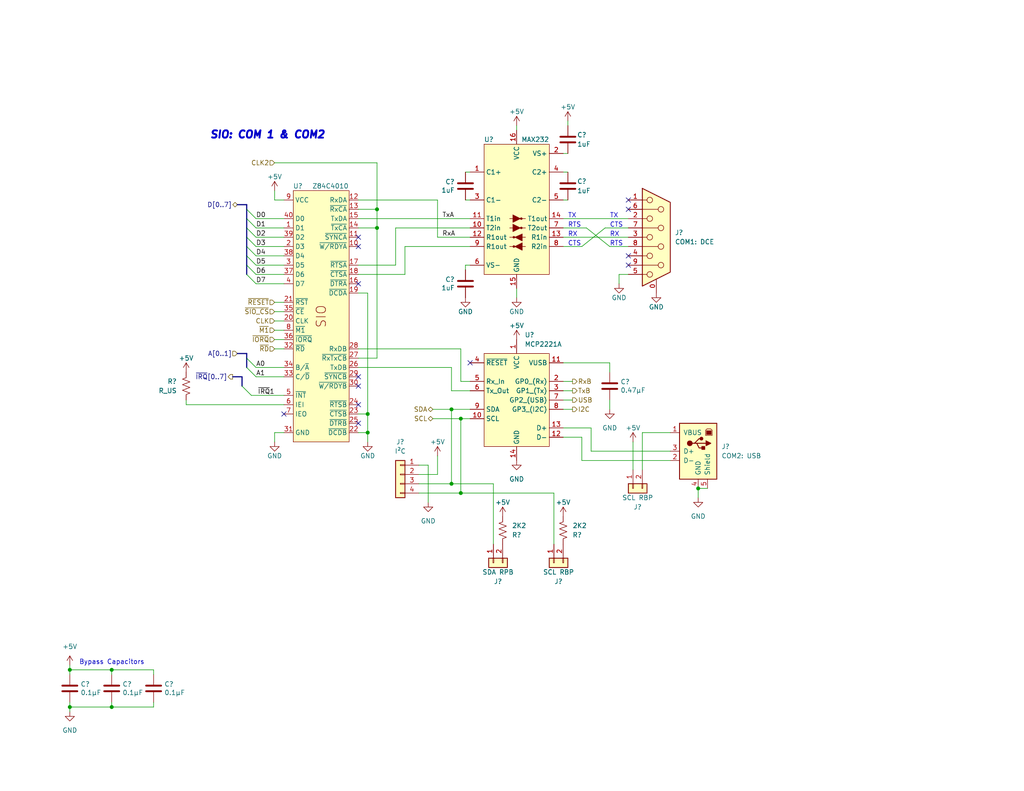
<source format=kicad_sch>
(kicad_sch (version 20230121) (generator eeschema)
  (paper "USLetter")
  (title_block (title "COM ports 1 and 2 (RS-232)") (date "2023-08-07") (rev "1.1") (company "Frédéric Segard") (comment 1 "youtube.com/@microhobbyist.com"))
  (lib_symbols
    (symbol "+5V_1" (power) (pin_names (offset 0))
      (property "Value" "+5V_1" (at 0 3.556 0))
      (symbol "+5V_1_0_1"
        (polyline (pts (xy -0.762 1.27) (xy 0 2.54)))
        (polyline (pts (xy 0 0) (xy 0 2.54)))
        (polyline (pts (xy 0 2.54) (xy 0.762 1.27)))
      )
      (symbol "+5V_1_1_1"
        (pin power_in line (at 0 0 90) (length 0) hide (name "+5V") (number "1"))
      )
    )
    (symbol "0_Library:MAX232"
      (property "Reference" "U" (at -7.62 0 0))
      (property "Value" "MAX232" (at 1.27 0 0))
      (symbol "MAX232_0_1"
        (rectangle (start -8.89 -1.27) (end 8.89 -36.83) (stroke (width 0.1524)) (fill (type background)))
        (circle (center -0.762 -29.21) (radius 0.254) (stroke (width 0.1524)) (fill (type outline)))
        (circle (center -0.762 -26.67) (radius 0.254) (stroke (width 0.1524)) (fill (type outline)))
        (polyline (pts (xy -1.016 -24.13) (xy -1.905 -24.13)) (stroke (width 0.1524)))
        (polyline (pts (xy -1.016 -21.59) (xy -1.905 -21.59)) (stroke (width 0.1524)))
        (polyline (pts (xy -0.508 -29.21) (xy -1.905 -29.21)) (stroke (width 0.1524)))
        (polyline (pts (xy -0.508 -26.67) (xy -1.905 -26.67)) (stroke (width 0.1524)))
        (polyline (pts (xy 1.016 -24.13) (xy 2.413 -24.13)) (stroke (width 0.1524)))
        (polyline (pts (xy 1.016 -21.59) (xy 2.413 -21.59)) (stroke (width 0.1524)))
        (polyline (pts (xy 1.524 -29.21) (xy 2.413 -29.21)) (stroke (width 0.1524)))
        (polyline (pts (xy 1.524 -26.67) (xy 2.413 -26.67)) (stroke (width 0.1524)))
        (polyline (pts (xy -1.016 -23.114) (xy 1.016 -24.13) (xy -1.016 -25.146) (xy -1.016 -23.114)) (stroke (width 0.1524)) (fill (type outline)))
        (polyline (pts (xy -1.016 -20.574) (xy -1.016 -22.606) (xy 1.016 -21.59) (xy -1.016 -20.574)) (stroke (width 0.1524)) (fill (type outline)))
        (polyline (pts (xy 1.524 -28.194) (xy 1.524 -30.226) (xy -0.508 -29.21) (xy 1.524 -28.194)) (stroke (width 0.1524)) (fill (type outline)))
        (polyline (pts (xy 1.524 -25.781) (xy 1.524 -27.686) (xy -0.508 -26.67) (xy 1.524 -25.781)) (stroke (width 0.1524)) (fill (type outline)))
        (circle (center 1.27 -24.13) (radius 0.254) (stroke (width 0.1524)) (fill (type outline)))
        (circle (center 1.27 -21.59) (radius 0.254) (stroke (width 0.1524)) (fill (type outline)))
      )
      (symbol "MAX232_1_1"
        (pin passive line (at -12.7 -8.89 0) (length 3.81) (name "C1+") (number "1"))
        (pin input line (at -12.7 -24.13 0) (length 3.81) (name "T2in") (number "10"))
        (pin input line (at -12.7 -21.59 0) (length 3.81) (name "T1in") (number "11"))
        (pin output line (at -12.7 -26.67 0) (length 3.81) (name "R1out") (number "12"))
        (pin input line (at 12.7 -26.67 180) (length 3.81) (name "R1in") (number "13"))
        (pin output line (at 12.7 -21.59 180) (length 3.81) (name "T1out") (number "14"))
        (pin power_in line (at 0 -40.64 90) (length 3.81) (name "GND") (number "15"))
        (pin power_in line (at 0 2.54 270) (length 3.81) (name "VCC") (number "16"))
        (pin power_out line (at 12.7 -3.81 180) (length 3.81) (name "VS+") (number "2"))
        (pin passive line (at -12.7 -16.51 0) (length 3.81) (name "C1-") (number "3"))
        (pin passive line (at 12.7 -8.89 180) (length 3.81) (name "C2+") (number "4"))
        (pin passive line (at 12.7 -16.51 180) (length 3.81) (name "C2-") (number "5"))
        (pin power_out line (at -12.7 -34.29 0) (length 3.81) (name "VS-") (number "6"))
        (pin output line (at 12.7 -24.13 180) (length 3.81) (name "T2out") (number "7"))
        (pin input line (at 12.7 -29.21 180) (length 3.81) (name "R2in") (number "8"))
        (pin output line (at -12.7 -29.21 0) (length 3.81) (name "R1out") (number "9"))
      )
    )
    (symbol "0_Library:MCP2221A"
      (property "Reference" "U" (at -10.16 1.27 0))
      (property "Value" "MCP2221A" (at 1.27 1.27 0))
      (symbol "MCP2221A_0_1"
        (rectangle (start -8.89 0) (end 8.89 -25.4) (stroke (width 0.1524)) (fill (type background)))
      )
      (symbol "MCP2221A_1_1"
        (pin power_in line (at 0 3.81 270) (length 3.81) (name "VCC") (number "1"))
        (pin bidirectional line (at -12.7 -17.78 0) (length 3.81) (name "SCL") (number "10"))
        (pin power_out line (at 12.7 -2.54 180) (length 3.81) (name "VUSB") (number "11"))
        (pin bidirectional line (at 12.7 -22.86 180) (length 3.81) (name "D-") (number "12"))
        (pin bidirectional line (at 12.7 -20.32 180) (length 3.81) (name "D+") (number "13"))
        (pin power_in line (at 0 -29.21 90) (length 3.81) (name "GND") (number "14"))
        (pin bidirectional line (at 12.7 -7.62 180) (length 3.81) (name "GP0_(Rx)") (number "2"))
        (pin bidirectional line (at 12.7 -10.16 180) (length 3.81) (name "GP1_(Tx)") (number "3"))
        (pin input line (at -12.7 -2.54 0) (length 3.81) (name "~{RESET}") (number "4"))
        (pin input line (at -12.7 -7.62 0) (length 3.81) (name "Rx_In") (number "5"))
        (pin output line (at -12.7 -10.16 0) (length 3.81) (name "Tx_Out") (number "6"))
        (pin bidirectional line (at 12.7 -12.7 180) (length 3.81) (name "GP2_(USB)") (number "7"))
        (pin bidirectional line (at 12.7 -15.24 180) (length 3.81) (name "GP3_(I2C)") (number "8"))
        (pin bidirectional line (at -12.7 -15.24 0) (length 3.81) (name "SDA") (number "9"))
      )
    )
    (symbol "0_Library:USB_B" (pin_names (offset 1.016))
      (property "Reference" "J" (at -5.08 11.43 0))
      (property "Value" "USB_B" (at -5.08 8.89 0))
      (symbol "USB_B_0_1"
        (rectangle (start -5.08 -7.62) (end 5.08 7.62) (stroke (width 0.254)) (fill (type background)))
        (circle (center -2.286 2.159) (radius 0.635) (stroke (width 0.254)) (fill (type outline)))
        (polyline (pts (xy -0.381 2.159) (xy 2.159 2.159)) (stroke (width 0.254)))
        (polyline (pts (xy -1.651 2.159) (xy -1.016 2.159) (xy 0.254 3.429) (xy 0.889 3.429)) (stroke (width 0.254)))
        (polyline (pts (xy -1.016 2.159) (xy -0.381 2.159) (xy 0.254 0.889) (xy 1.524 0.889)) (stroke (width 0.254)))
        (polyline (pts (xy 2.159 2.794) (xy 2.159 1.524) (xy 3.429 2.159) (xy 2.159 2.794)) (stroke (width 0.254)) (fill (type outline)))
        (polyline (pts (xy 2.032 4.318) (xy 3.81 4.318) (xy 3.81 5.715) (xy 3.429 6.096) (xy 2.413 6.096) (xy 2.032 5.715) (xy 2.032 4.318)))
        (circle (center 0.889 3.429) (radius 0.381) (stroke (width 0.254)) (fill (type outline)))
        (rectangle (start 1.778 1.27) (end 1.016 0.508) (stroke (width 0.254)) (fill (type outline)))
        (rectangle (start 2.286 5.588) (end 3.556 4.572) (fill (type outline)))
      )
      (symbol "USB_B_1_1"
        (pin power_out line (at -7.62 5.08 0) (length 2.54) (name "VBUS") (number "1"))
        (pin bidirectional line (at -7.62 -2.54 0) (length 2.54) (name "D-") (number "2"))
        (pin bidirectional line (at -7.62 0 0) (length 2.54) (name "D+") (number "3"))
        (pin power_in line (at 0 -10.16 90) (length 2.54) (name "GND") (number "4"))
        (pin passive line (at 2.54 -10.16 90) (length 2.54) (name "Shield") (number "5"))
      )
    )
    (symbol "0_Library:Z84C40xx SIO"
      (property "Reference" "U" (at -7.62 1.27 0))
      (property "Value" "Z84C40xx SIO" (at 1.27 1.27 0))
      (symbol "Z84C40xx SIO_0_0"
        (text "SIO" (at 0 -34.29 900) (effects (font (size 2.54 2.54))))
      )
      (symbol "Z84C40xx SIO_0_1"
        (rectangle (start -7.62 0) (end 7.62 -68.58) (stroke (width 0.1524)) (fill (type background)))
      )
      (symbol "Z84C40xx SIO_1_1"
        (pin bidirectional line (at -10.16 -10.16 0) (length 2.54) (name "D1") (number "1"))
        (pin output line (at 10.16 -15.24 180) (length 2.54) (name "~{W/RDYA}") (number "10"))
        (pin bidirectional line (at 10.16 -12.7 180) (length 2.54) (name "~{SYNCA}") (number "11"))
        (pin input line (at 10.16 -2.54 180) (length 2.54) (name "RxDA") (number "12"))
        (pin input line (at 10.16 -5.08 180) (length 2.54) (name "~{RxCA}") (number "13"))
        (pin input line (at 10.16 -10.16 180) (length 2.54) (name "~{TxCA}") (number "14"))
        (pin output line (at 10.16 -7.62 180) (length 2.54) (name "TxDA") (number "15"))
        (pin output line (at 10.16 -25.4 180) (length 2.54) (name "~{DTRA}") (number "16"))
        (pin output line (at 10.16 -20.32 180) (length 2.54) (name "~{RTSA}") (number "17"))
        (pin input line (at 10.16 -22.86 180) (length 2.54) (name "~{CTSA}") (number "18"))
        (pin input line (at 10.16 -27.94 180) (length 2.54) (name "~{DCDA}") (number "19"))
        (pin bidirectional line (at -10.16 -15.24 0) (length 2.54) (name "D3") (number "2"))
        (pin input line (at -10.16 -35.56 0) (length 2.54) (name "CLK") (number "20"))
        (pin input line (at -10.16 -30.48 0) (length 2.54) (name "~{RST}") (number "21"))
        (pin input line (at 10.16 -66.04 180) (length 2.54) (name "~{DCDB}") (number "22"))
        (pin input line (at 10.16 -60.96 180) (length 2.54) (name "~{CTSB}") (number "23"))
        (pin output line (at 10.16 -58.42 180) (length 2.54) (name "~{RTSB}") (number "24"))
        (pin output line (at 10.16 -63.5 180) (length 2.54) (name "~{DTRB}") (number "25"))
        (pin output line (at 10.16 -48.26 180) (length 2.54) (name "TxDB") (number "26"))
        (pin input line (at 10.16 -45.72 180) (length 2.54) (name "~{RxTxCB}") (number "27"))
        (pin input line (at 10.16 -43.18 180) (length 2.54) (name "RxDB") (number "28"))
        (pin bidirectional line (at 10.16 -50.8 180) (length 2.54) (name "~{SYNCB}") (number "29"))
        (pin bidirectional line (at -10.16 -20.32 0) (length 2.54) (name "D5") (number "3"))
        (pin output line (at 10.16 -53.34 180) (length 2.54) (name "~{W/RDYB}") (number "30"))
        (pin power_in line (at -10.16 -66.04 0) (length 2.54) (name "GND") (number "31"))
        (pin input line (at -10.16 -43.18 0) (length 2.54) (name "~{RD}") (number "32"))
        (pin input line (at -10.16 -50.8 0) (length 2.54) (name "C/~{D}") (number "33"))
        (pin input line (at -10.16 -48.26 0) (length 2.54) (name "B/~{A}") (number "34"))
        (pin input line (at -10.16 -33.02 0) (length 2.54) (name "~{CE}") (number "35"))
        (pin input line (at -10.16 -40.64 0) (length 2.54) (name "~{IORQ}") (number "36"))
        (pin bidirectional line (at -10.16 -22.86 0) (length 2.54) (name "D6") (number "37"))
        (pin bidirectional line (at -10.16 -17.78 0) (length 2.54) (name "D4") (number "38"))
        (pin bidirectional line (at -10.16 -12.7 0) (length 2.54) (name "D2") (number "39"))
        (pin bidirectional line (at -10.16 -25.4 0) (length 2.54) (name "D7") (number "4"))
        (pin bidirectional line (at -10.16 -7.62 0) (length 2.54) (name "D0") (number "40"))
        (pin open_collector line (at -10.16 -55.88 0) (length 2.54) (name "~{INT}") (number "5"))
        (pin input line (at -10.16 -58.42 0) (length 2.54) (name "IEI") (number "6"))
        (pin output line (at -10.16 -60.96 0) (length 2.54) (name "IEO") (number "7"))
        (pin input line (at -10.16 -38.1 0) (length 2.54) (name "~{M1}") (number "8"))
        (pin power_in line (at -10.16 -2.54 0) (length 2.54) (name "VCC") (number "9"))
      )
    )
    (symbol "Connector:DE9_Receptacle_MountingHoles" (pin_names (offset 1.016) hide)
      (property "Reference" "J" (at 0 16.51 0))
      (property "Value" "DE9_Receptacle_MountingHoles" (at 0 14.605 0))
      (symbol "DE9_Receptacle_MountingHoles_0_1"
        (circle (center -1.778 -10.16) (radius 0.762))
        (circle (center -1.778 -5.08) (radius 0.762))
        (circle (center -1.778 0) (radius 0.762))
        (circle (center -1.778 5.08) (radius 0.762))
        (circle (center -1.778 10.16) (radius 0.762))
        (polyline (pts (xy -3.81 -10.16) (xy -2.54 -10.16)))
        (polyline (pts (xy -3.81 -7.62) (xy 0.508 -7.62)))
        (polyline (pts (xy -3.81 -5.08) (xy -2.54 -5.08)))
        (polyline (pts (xy -3.81 -2.54) (xy 0.508 -2.54)))
        (polyline (pts (xy -3.81 0) (xy -2.54 0)))
        (polyline (pts (xy -3.81 2.54) (xy 0.508 2.54)))
        (polyline (pts (xy -3.81 5.08) (xy -2.54 5.08)))
        (polyline (pts (xy -3.81 7.62) (xy 0.508 7.62)))
        (polyline (pts (xy -3.81 10.16) (xy -2.54 10.16)))
        (polyline (pts (xy -3.81 13.335) (xy -3.81 -13.335) (xy 3.81 -9.525) (xy 3.81 9.525) (xy -3.81 13.335)) (stroke (width 0.254)) (fill (type background)))
        (circle (center 1.27 -7.62) (radius 0.762))
        (circle (center 1.27 -2.54) (radius 0.762))
        (circle (center 1.27 2.54) (radius 0.762))
        (circle (center 1.27 7.62) (radius 0.762))
      )
      (symbol "DE9_Receptacle_MountingHoles_1_1"
        (pin passive line (at 0 -15.24 90) (length 3.81) (name "PAD") (number "0"))
        (pin passive line (at -7.62 10.16 0) (length 3.81) (name "1") (number "1"))
        (pin passive line (at -7.62 5.08 0) (length 3.81) (name "2") (number "2"))
        (pin passive line (at -7.62 0 0) (length 3.81) (name "3") (number "3"))
        (pin passive line (at -7.62 -5.08 0) (length 3.81) (name "4") (number "4"))
        (pin passive line (at -7.62 -10.16 0) (length 3.81) (name "5") (number "5"))
        (pin passive line (at -7.62 7.62 0) (length 3.81) (name "6") (number "6"))
        (pin passive line (at -7.62 2.54 0) (length 3.81) (name "7") (number "7"))
        (pin passive line (at -7.62 -2.54 0) (length 3.81) (name "8") (number "8"))
        (pin passive line (at -7.62 -7.62 0) (length 3.81) (name "9") (number "9"))
      )
    )
    (symbol "Connector_Generic:Conn_01x02" (pin_names (offset 1.016) hide)
      (property "Reference" "J" (at 0 2.54 0))
      (property "Value" "Conn_01x02" (at 0 -5.08 0))
      (symbol "Conn_01x02_1_1"
        (rectangle (start -1.27 -2.413) (end 0 -2.667) (stroke (width 0.1524)))
        (rectangle (start -1.27 0.127) (end 0 -0.127) (stroke (width 0.1524)))
        (rectangle (start -1.27 1.27) (end 1.27 -3.81) (stroke (width 0.254)) (fill (type background)))
        (pin passive line (at -5.08 0 0) (length 3.81) (name "Pin_1") (number "1"))
        (pin passive line (at -5.08 -2.54 0) (length 3.81) (name "Pin_2") (number "2"))
      )
    )
    (symbol "Connector_Generic:Conn_01x04" (pin_names (offset 1.016) hide)
      (property "Reference" "J" (at 0 5.08 0))
      (property "Value" "Conn_01x04" (at 0 -7.62 0))
      (symbol "Conn_01x04_1_1"
        (rectangle (start -1.27 -4.953) (end 0 -5.207) (stroke (width 0.1524)))
        (rectangle (start -1.27 -2.413) (end 0 -2.667) (stroke (width 0.1524)))
        (rectangle (start -1.27 0.127) (end 0 -0.127) (stroke (width 0.1524)))
        (rectangle (start -1.27 2.667) (end 0 2.413) (stroke (width 0.1524)))
        (rectangle (start -1.27 3.81) (end 1.27 -6.35) (stroke (width 0.254)) (fill (type background)))
        (pin passive line (at -5.08 2.54 0) (length 3.81) (name "Pin_1") (number "1"))
        (pin passive line (at -5.08 0 0) (length 3.81) (name "Pin_2") (number "2"))
        (pin passive line (at -5.08 -2.54 0) (length 3.81) (name "Pin_3") (number "3"))
        (pin passive line (at -5.08 -5.08 0) (length 3.81) (name "Pin_4") (number "4"))
      )
    )
    (symbol "Device:C" (pin_numbers hide) (pin_names (offset 0.254))
      (property "Reference" "C" (at 0.635 2.54 0))
      (property "Value" "C" (at 0.635 -2.54 0))
      (symbol "C_0_1"
        (polyline (pts (xy -2.032 -0.762) (xy 2.032 -0.762)) (stroke (width 0.508)))
        (polyline (pts (xy -2.032 0.762) (xy 2.032 0.762)) (stroke (width 0.508)))
      )
      (symbol "C_1_1"
        (pin passive line (at 0 3.81 270) (length 2.794) (name "~") (number "1"))
        (pin passive line (at 0 -3.81 90) (length 2.794) (name "~") (number "2"))
      )
    )
    (symbol "Device:R_US" (pin_numbers hide) (pin_names (offset 0))
      (property "Reference" "R" (at 2.54 0 90))
      (property "Value" "R_US" (at -2.54 0 90))
      (symbol "R_US_0_1"
        (polyline (pts (xy 0 -2.286) (xy 0 -2.54)))
        (polyline (pts (xy 0 2.286) (xy 0 2.54)))
        (polyline (pts (xy 0 -0.762) (xy 1.016 -1.143) (xy 0 -1.524) (xy -1.016 -1.905) (xy 0 -2.286)))
        (polyline (pts (xy 0 0.762) (xy 1.016 0.381) (xy 0 0) (xy -1.016 -0.381) (xy 0 -0.762)))
        (polyline (pts (xy 0 2.286) (xy 1.016 1.905) (xy 0 1.524) (xy -1.016 1.143) (xy 0 0.762)))
      )
      (symbol "R_US_1_1"
        (pin passive line (at 0 3.81 270) (length 1.27) (name "~") (number "1"))
        (pin passive line (at 0 -3.81 90) (length 1.27) (name "~") (number "2"))
      )
    )
    (symbol "GND_1" (power) (pin_names (offset 0))
      (property "Value" "GND_1" (at 0 -3.81 0))
      (symbol "GND_1_0_1"
        (polyline (pts (xy 0 0) (xy 0 -1.27) (xy 1.27 -1.27) (xy 0 -2.54) (xy -1.27 -1.27) (xy 0 -1.27)))
      )
      (symbol "GND_1_1_1"
        (pin power_in line (at 0 0 270) (length 0) hide (name "GND") (number "1"))
      )
    )
  )
  (junction (at 125.73 134.62))
  (junction (at 190.5 133.35))
  (junction (at 100.33 113.03))
  (junction (at 19.05 193.04))
  (junction (at 102.87 62.23))
  (junction (at 102.87 57.15))
  (junction (at 123.19 111.76))
  (junction (at 19.05 182.88))
  (junction (at 100.33 118.11))
  (junction (at 123.19 132.08))
  (junction (at 125.73 114.3))
  (junction (at 30.48 193.04))
  (junction (at 30.48 182.88))
  (no_connect (at 171.45 54.61))
  (no_connect (at 97.79 77.47))
  (no_connect (at 97.79 110.49))
  (no_connect (at 97.79 64.77))
  (no_connect (at 97.79 105.41))
  (no_connect (at 171.45 69.85))
  (no_connect (at 171.45 57.15))
  (no_connect (at 97.79 102.87))
  (no_connect (at 171.45 72.39))
  (no_connect (at 97.79 115.57))
  (no_connect (at 128.27 99.06))
  (no_connect (at 97.79 67.31))
  (no_connect (at 77.47 113.03))
  (bus_entry (at 67.31 74.93) (size 2.54 2.54))
  (bus_entry (at 67.31 67.31) (size 2.54 2.54))
  (bus_entry (at 67.31 62.23) (size 2.54 2.54))
  (bus_entry (at 67.31 64.77) (size 2.54 2.54))
  (bus_entry (at 67.31 57.15) (size 2.54 2.54))
  (bus_entry (at 67.31 72.39) (size 2.54 2.54))
  (bus_entry (at 67.31 97.79) (size 2.54 2.54))
  (bus_entry (at 67.31 100.33) (size 2.54 2.54))
  (bus_entry (at 67.31 59.69) (size 2.54 2.54))
  (bus_entry (at 67.31 69.85) (size 2.54 2.54))
  (bus_entry (at 66.04 105.41) (size 2.54 2.54))
  (wire (pts (xy 128.27 72.39) (xy 127 72.39)))
  (wire (pts (xy 166.37 101.6) (xy 166.37 99.06)))
  (wire (pts (xy 166.37 67.31) (xy 160.02 62.23)))
  (wire (pts (xy 69.85 102.87) (xy 77.47 102.87)))
  (wire (pts (xy 74.93 44.45) (xy 102.87 44.45)))
  (wire (pts (xy 123.19 100.33) (xy 97.79 100.33)))
  (wire (pts (xy 168.91 74.93) (xy 171.45 74.93)))
  (wire (pts (xy 134.62 132.08) (xy 123.19 132.08)))
  (wire (pts (xy 74.93 85.09) (xy 77.47 85.09)))
  (wire (pts (xy 102.87 62.23) (xy 102.87 97.79)))
  (wire (pts (xy 50.8 110.49) (xy 77.47 110.49)))
  (wire (pts (xy 114.3 127) (xy 116.84 127)))
  (wire (pts (xy 161.29 123.19) (xy 161.29 116.84)))
  (wire (pts (xy 102.87 57.15) (xy 102.87 62.23)))
  (wire (pts (xy 156.21 109.22) (xy 153.67 109.22)))
  (wire (pts (xy 69.85 69.85) (xy 77.47 69.85)))
  (wire (pts (xy 119.38 124.46) (xy 119.38 129.54)))
  (wire (pts (xy 19.05 182.88) (xy 19.05 184.15)))
  (wire (pts (xy 97.79 62.23) (xy 102.87 62.23)))
  (wire (pts (xy 128.27 106.68) (xy 123.19 106.68)))
  (wire (pts (xy 41.91 184.15) (xy 41.91 182.88)))
  (wire (pts (xy 153.67 64.77) (xy 171.45 64.77)))
  (wire (pts (xy 153.67 41.91) (xy 154.94 41.91)))
  (wire (pts (xy 30.48 191.77) (xy 30.48 193.04)))
  (wire (pts (xy 151.13 134.62) (xy 125.73 134.62)))
  (wire (pts (xy 97.79 113.03) (xy 100.33 113.03)))
  (wire (pts (xy 127 54.61) (xy 128.27 54.61)))
  (wire (pts (xy 153.67 99.06) (xy 166.37 99.06)))
  (wire (pts (xy 74.93 118.11) (xy 74.93 120.65)))
  (wire (pts (xy 107.95 62.23) (xy 128.27 62.23)))
  (wire (pts (xy 127 46.99) (xy 128.27 46.99)))
  (wire (pts (xy 41.91 191.77) (xy 41.91 193.04)))
  (wire (pts (xy 50.8 109.22) (xy 50.8 110.49)))
  (wire (pts (xy 69.85 62.23) (xy 77.47 62.23)))
  (bus (pts (xy 67.31 100.33) (xy 67.31 97.79)))
  (bus (pts (xy 64.77 96.52) (xy 67.31 96.52)))
  (wire (pts (xy 154.94 33.02) (xy 154.94 34.29)))
  (wire (pts (xy 153.67 54.61) (xy 154.94 54.61)))
  (bus (pts (xy 67.31 72.39) (xy 67.31 69.85)))
  (wire (pts (xy 153.67 59.69) (xy 171.45 59.69)))
  (wire (pts (xy 97.79 80.01) (xy 100.33 80.01)))
  (wire (pts (xy 165.1 62.23) (xy 171.45 62.23)))
  (wire (pts (xy 69.85 77.47) (xy 77.47 77.47)))
  (wire (pts (xy 74.93 95.25) (xy 77.47 95.25)))
  (wire (pts (xy 118.11 114.3) (xy 125.73 114.3)))
  (wire (pts (xy 97.79 59.69) (xy 128.27 59.69)))
  (wire (pts (xy 69.85 64.77) (xy 77.47 64.77)))
  (bus (pts (xy 67.31 67.31) (xy 67.31 64.77)))
  (wire (pts (xy 69.85 67.31) (xy 77.47 67.31)))
  (wire (pts (xy 68.58 107.95) (xy 77.47 107.95)))
  (bus (pts (xy 67.31 64.77) (xy 67.31 62.23)))
  (wire (pts (xy 97.79 54.61) (xy 119.38 54.61)))
  (wire (pts (xy 41.91 182.88) (xy 30.48 182.88)))
  (wire (pts (xy 140.97 34.29) (xy 140.97 35.56)))
  (wire (pts (xy 158.75 119.38) (xy 153.67 119.38)))
  (wire (pts (xy 140.97 81.28) (xy 140.97 78.74)))
  (wire (pts (xy 107.95 62.23) (xy 107.95 72.39)))
  (wire (pts (xy 30.48 182.88) (xy 19.05 182.88)))
  (wire (pts (xy 114.3 129.54) (xy 119.38 129.54)))
  (bus (pts (xy 67.31 57.15) (xy 67.31 55.88)))
  (wire (pts (xy 190.5 133.35) (xy 193.04 133.35)))
  (wire (pts (xy 97.79 97.79) (xy 102.87 97.79)))
  (wire (pts (xy 114.3 134.62) (xy 125.73 134.62)))
  (wire (pts (xy 97.79 57.15) (xy 102.87 57.15)))
  (wire (pts (xy 168.91 74.93) (xy 168.91 77.47)))
  (wire (pts (xy 97.79 74.93) (xy 110.49 74.93)))
  (wire (pts (xy 30.48 184.15) (xy 30.48 182.88)))
  (wire (pts (xy 127 72.39) (xy 127 73.66)))
  (wire (pts (xy 119.38 64.77) (xy 128.27 64.77)))
  (wire (pts (xy 182.88 123.19) (xy 161.29 123.19)))
  (bus (pts (xy 64.77 55.88) (xy 67.31 55.88)))
  (wire (pts (xy 102.87 44.45) (xy 102.87 57.15)))
  (wire (pts (xy 158.75 125.73) (xy 182.88 125.73)))
  (wire (pts (xy 69.85 59.69) (xy 77.47 59.69)))
  (wire (pts (xy 19.05 193.04) (xy 30.48 193.04)))
  (wire (pts (xy 175.26 128.27) (xy 175.26 118.11)))
  (bus (pts (xy 67.31 74.93) (xy 67.31 72.39)))
  (wire (pts (xy 69.85 72.39) (xy 77.47 72.39)))
  (wire (pts (xy 158.75 67.31) (xy 165.1 62.23)))
  (wire (pts (xy 74.93 90.17) (xy 77.47 90.17)))
  (wire (pts (xy 19.05 191.77) (xy 19.05 193.04)))
  (bus (pts (xy 67.31 62.23) (xy 67.31 59.69)))
  (wire (pts (xy 110.49 67.31) (xy 128.27 67.31)))
  (wire (pts (xy 172.72 120.65) (xy 172.72 128.27)))
  (wire (pts (xy 74.93 92.71) (xy 77.47 92.71)))
  (wire (pts (xy 100.33 80.01) (xy 100.33 113.03)))
  (wire (pts (xy 153.67 62.23) (xy 160.02 62.23)))
  (wire (pts (xy 123.19 111.76) (xy 123.19 132.08)))
  (wire (pts (xy 125.73 95.25) (xy 97.79 95.25)))
  (wire (pts (xy 114.3 132.08) (xy 123.19 132.08)))
  (wire (pts (xy 97.79 118.11) (xy 100.33 118.11)))
  (wire (pts (xy 74.93 87.63) (xy 77.47 87.63)))
  (wire (pts (xy 118.11 111.76) (xy 123.19 111.76)))
  (wire (pts (xy 153.67 46.99) (xy 154.94 46.99)))
  (wire (pts (xy 156.21 106.68) (xy 153.67 106.68)))
  (wire (pts (xy 100.33 118.11) (xy 100.33 120.65)))
  (wire (pts (xy 77.47 118.11) (xy 74.93 118.11)))
  (wire (pts (xy 175.26 118.11) (xy 182.88 118.11)))
  (wire (pts (xy 156.21 104.14) (xy 153.67 104.14)))
  (wire (pts (xy 74.93 52.07) (xy 74.93 54.61)))
  (wire (pts (xy 19.05 181.61) (xy 19.05 182.88)))
  (wire (pts (xy 151.13 148.59) (xy 151.13 134.62)))
  (wire (pts (xy 125.73 134.62) (xy 125.73 114.3)))
  (bus (pts (xy 67.31 97.79) (xy 67.31 96.52)))
  (bus (pts (xy 63.5 102.87) (xy 66.04 102.87)))
  (wire (pts (xy 123.19 111.76) (xy 128.27 111.76)))
  (bus (pts (xy 67.31 69.85) (xy 67.31 67.31)))
  (wire (pts (xy 153.67 116.84) (xy 161.29 116.84)))
  (bus (pts (xy 67.31 59.69) (xy 67.31 57.15)))
  (wire (pts (xy 128.27 104.14) (xy 125.73 104.14)))
  (wire (pts (xy 69.85 74.93) (xy 77.47 74.93)))
  (bus (pts (xy 66.04 102.87) (xy 66.04 105.41)))
  (wire (pts (xy 125.73 114.3) (xy 128.27 114.3)))
  (wire (pts (xy 171.45 67.31) (xy 166.37 67.31)))
  (wire (pts (xy 156.21 111.76) (xy 153.67 111.76)))
  (wire (pts (xy 100.33 113.03) (xy 100.33 118.11)))
  (wire (pts (xy 119.38 64.77) (xy 119.38 54.61)))
  (wire (pts (xy 134.62 148.59) (xy 134.62 132.08)))
  (wire (pts (xy 77.47 54.61) (xy 74.93 54.61)))
  (wire (pts (xy 30.48 193.04) (xy 41.91 193.04)))
  (wire (pts (xy 125.73 104.14) (xy 125.73 95.25)))
  (wire (pts (xy 153.67 67.31) (xy 158.75 67.31)))
  (wire (pts (xy 110.49 67.31) (xy 110.49 74.93)))
  (wire (pts (xy 190.5 133.35) (xy 190.5 135.89)))
  (wire (pts (xy 123.19 106.68) (xy 123.19 100.33)))
  (wire (pts (xy 69.85 100.33) (xy 77.47 100.33)))
  (wire (pts (xy 74.93 82.55) (xy 77.47 82.55)))
  (wire (pts (xy 19.05 193.04) (xy 19.05 194.31)))
  (wire (pts (xy 158.75 119.38) (xy 158.75 125.73)))
  (wire (pts (xy 166.37 111.76) (xy 166.37 109.22)))
  (wire (pts (xy 107.95 72.39) (xy 97.79 72.39)))
  (wire (pts (xy 116.84 127) (xy 116.84 137.16)))
  (text "CTS" (at 166.37 62.23 0) (effects (font (size 1.27 1.27)) (justify left bottom)))
  (text "RX" (at 166.37 64.77 0) (effects (font (size 1.27 1.27)) (justify left bottom)))
  (text "RTS" (at 166.37 67.31 0) (effects (font (size 1.27 1.27)) (justify left bottom)))
  (text "RTS" (at 154.94 62.23 0) (effects (font (size 1.27 1.27)) (justify left bottom)))
  (text "RX" (at 154.94 64.77 0) (effects (font (size 1.27 1.27)) (justify left bottom)))
  (text "TX" (at 166.37 59.69 0) (effects (font (size 1.27 1.27)) (justify left bottom)))
  (text "SIO: COM 1 & COM2" (at 57.15 38.1 0) (effects (font (size 2 2) (thickness 0.508) bold italic) (justify left bottom)))
  (text "CTS" (at 154.94 67.31 0) (effects (font (size 1.27 1.27)) (justify left bottom)))
  (text "TX" (at 154.94 59.69 0) (effects (font (size 1.27 1.27)) (justify left bottom)))
  (text "Bypass Capacitors" (at 21.59 181.61 0) (effects (font (size 1.27 1.27)) (justify left bottom)))
  (label "D5" (at 69.85 72.39 0))
  (label "RxA" (at 120.65 64.77 0))
  (label "TxA" (at 120.65 59.69 0))
  (label "D1" (at 69.85 62.23 0))
  (label "~{IRQ}1" (at 74.93 107.95 180))
  (label "D6" (at 69.85 74.93 0))
  (label "A1" (at 69.85 102.87 0))
  (label "D2" (at 69.85 64.77 0))
  (label "D7" (at 69.85 77.47 0))
  (label "D3" (at 69.85 67.31 0))
  (label "D4" (at 69.85 69.85 0))
  (label "D0" (at 69.85 59.69 0))
  (label "A0" (at 69.85 100.33 0))
  (hierarchical_label "~{RD}" (shape input) (at 74.93 95.25 180))
  (hierarchical_label "RxB" (shape output) (at 156.21 104.14 0))
  (hierarchical_label "SCL" (shape bidirectional) (at 118.11 114.3 180))
  (hierarchical_label "CLK2" (shape input) (at 74.93 44.45 180))
  (hierarchical_label "~{IORQ}" (shape input) (at 74.93 92.71 180))
  (hierarchical_label "USB" (shape output) (at 156.21 109.22 0))
  (hierarchical_label "TxB" (shape output) (at 156.21 106.68 0))
  (hierarchical_label "CLK" (shape input) (at 74.93 87.63 180))
  (hierarchical_label "D[0..7]" (shape bidirectional) (at 64.77 55.88 180))
  (hierarchical_label "I2C" (shape output) (at 156.21 111.76 0))
  (hierarchical_label "~{M1}" (shape input) (at 74.93 90.17 180))
  (hierarchical_label "A[0..1]" (shape input) (at 64.77 96.52 180))
  (hierarchical_label "~{RESET}" (shape input) (at 74.93 82.55 180))
  (hierarchical_label "SDA" (shape bidirectional) (at 118.11 111.76 180))
  (hierarchical_label "~{IRQ}[0..7]" (shape output) (at 63.5 102.87 180))
  (hierarchical_label "~{SIO_CS}" (shape input) (at 74.93 85.09 180))
  (symbol (lib_id "Device:C") (at 127 77.47 0) (mirror y) (unit 1)
    (property "Reference" "C?" (at 124.079 76.3016 0) (effects (justify left)))
    (property "Value" "1uF" (at 124.079 78.613 0) (effects (justify left)))
    (property "Footprint" "Capacitor_THT:C_Disc_D3.0mm_W1.6mm_P2.50mm" (effects hide))
    (instances (project "1 - Main CPU board with basic peripherals (rev4)" (path "" (reference "C?") (unit 1))) (project "2 - CPU and memory card with the essential peripherals" (path "" (reference "C?") (unit 1))) (project "4 - Serial and CTC" (path "" (reference "C5") (unit 1))))
  )
  (symbol (lib_id "Device:C") (at 19.05 187.96 0) (unit 1)
    (property "Reference" "C?" (at 21.971 186.7916 0) (effects (justify left)))
    (property "Value" "0.1µF" (at 21.971 189.103 0) (effects (justify left)))
    (property "Footprint" "Capacitor_THT:C_Disc_D3.0mm_W1.6mm_P2.50mm" (effects hide))
    (instances (project "1 - Main CPU board with basic peripherals (rev4)" (path "" (reference "C?") (unit 1))) (project "2 - CPU and memory card with the essential peripherals" (path "" (reference "C?") (unit 1))) (project "4 - Serial and CTC" (path "" (reference "C?") (unit 1)) (path "" (reference "C1") (unit 1))))
  )
  (symbol (lib_name "GND_1") (lib_id "power:GND") (at 179.07 80.01 0) (mirror y) (unit 1)
    (property "Reference" "#PWR?" (effects hide))
    (property "Value" "GND" (at 179.07 83.82 0))
    (instances (project "1 - Main CPU board with basic peripherals (rev4)" (path "" (reference "#PWR?") (unit 1))) (project "2 - CPU and memory card with the essential peripherals" (path "" (reference "#PWR?") (unit 1))) (project "4 - Serial and CTC" (path "" (reference "#PWR?") (unit 1)) (path "" (reference "#PWR022") (unit 1))))
  )
  (symbol (lib_id "Device:C") (at 154.94 50.8 0) (unit 1)
    (property "Reference" "C?" (at 157.48 49.53 0) (effects (justify left)))
    (property "Value" "1uF" (at 157.48 52.07 0) (effects (justify left)))
    (property "Footprint" "Capacitor_THT:C_Disc_D3.0mm_W1.6mm_P2.50mm" (effects hide))
    (instances (project "1 - Main CPU board with basic peripherals (rev4)" (path "" (reference "C?") (unit 1))) (project "2 - CPU and memory card with the essential peripherals" (path "" (reference "C?") (unit 1))) (project "4 - Serial and CTC" (path "" (reference "C7") (unit 1))))
  )
  (symbol (lib_id "Connector_Generic:Conn_01x02") (at 151.13 153.67 90) (mirror x) (unit 1)
    (property "Reference" "J?" (at 152.4 158.75 90))
    (property "Value" "SCL RBP" (at 152.4 156.21 90))
    (property "Footprint" "Connector_PinHeader_2.54mm:PinHeader_1x02_P2.54mm_Vertical" (effects hide))
    (instances (project "1 - Main CPU board with basic peripherals (rev4)" (path "" (reference "J?") (unit 1))) (project "2 - CPU and memory card with the essential peripherals" (path "" (reference "J?") (unit 1))) (project "4 - Serial and CTC" (path "" (reference "J?") (unit 1)) (path "" (reference "J4") (unit 1))))
  )
  (symbol (lib_name "+5V_1") (lib_id "power:+5V") (at 119.38 124.46 0) (unit 1)
    (property "Reference" "#PWR?" (effects hide))
    (property "Value" "+5V" (at 119.38 120.65 0))
    (instances (project "1 - Main CPU board with basic peripherals (rev4)" (path "" (reference "#PWR?") (unit 1))) (project "2 - CPU and memory card with the essential peripherals" (path "" (reference "#PWR?") (unit 1))) (project "4 - Serial and CTC" (path "" (reference "#PWR?") (unit 1)) (path "" (reference "#PWR010") (unit 1))))
  )
  (symbol (lib_name "GND_1") (lib_id "power:GND") (at 116.84 137.16 0) (unit 1)
    (property "Reference" "#PWR?" (effects hide))
    (property "Value" "GND" (at 116.84 142.24 0))
    (instances (project "1 - Main CPU board with basic peripherals (rev4)" (path "" (reference "#PWR?") (unit 1))) (project "2 - CPU and memory card with the essential peripherals" (path "" (reference "#PWR?") (unit 1))) (project "4 - Serial and CTC" (path "" (reference "#PWR?") (unit 1)) (path "" (reference "#PWR?") (unit 1)) (path "" (reference "#PWR09") (unit 1))))
  )
  (symbol (lib_id "Connector_Generic:Conn_01x02") (at 134.62 153.67 90) (mirror x) (unit 1)
    (property "Reference" "J?" (at 135.89 158.75 90))
    (property "Value" "SDA RPB" (at 135.89 156.21 90))
    (property "Footprint" "Connector_PinHeader_2.54mm:PinHeader_1x02_P2.54mm_Vertical" (effects hide))
    (instances (project "1 - Main CPU board with basic peripherals (rev4)" (path "" (reference "J?") (unit 1))) (project "2 - CPU and memory card with the essential peripherals" (path "" (reference "J?") (unit 1))) (project "4 - Serial and CTC" (path "" (reference "J?") (unit 1)) (path "" (reference "J3") (unit 1))))
  )
  (symbol (lib_id "0_Library:MCP2221A") (at 140.97 96.52 0) (unit 1)
    (property "Reference" "U?" (at 143.1641 91.44 0) (effects (justify left)))
    (property "Value" "MCP2221A" (at 143.1641 93.98 0) (effects (justify left)))
    (property "Footprint" "Package_DIP:DIP-14_W7.62mm_Socket" (effects hide))
    (property "Datasheet" "https://ww1.microchip.com/downloads/aemDocuments/documents/APID/ProductDocuments/DataSheets/MCP2221A-Data-Sheet-20005565E.pdf" (effects hide))
    (instances (project "1 - Main CPU board with basic peripherals (rev4)" (path "" (reference "U?") (unit 1))) (project "4 - Serial and CTC" (path "" (reference "U3") (unit 1))))
  )
  (symbol (lib_id "0_Library:MAX232") (at 140.97 38.1 0) (unit 1)
    (property "Reference" "U?" (at 132.08 38.1 0) (effects (justify left)))
    (property "Value" "MAX232" (at 142.24 38.1 0) (effects (justify left)))
    (property "Footprint" "Package_DIP:DIP-16_W7.62mm_Socket" (effects hide))
    (property "Datasheet" "http://www.ti.com/lit/ds/symlink/max232.pdf" (effects hide))
    (instances (project "1 - Main CPU board with basic peripherals (rev4)" (path "" (reference "U?") (unit 1))) (project "2 - CPU and memory card with the essential peripherals" (path "" (reference "U?") (unit 1))) (project "4 - Serial and CTC" (path "" (reference "U2") (unit 1))))
  )
  (symbol (lib_name "GND_1") (lib_id "power:GND") (at 127 81.28 0) (unit 1)
    (property "Reference" "#PWR?" (effects hide))
    (property "Value" "GND" (at 127 85.09 0))
    (instances (project "1 - Main CPU board with basic peripherals (rev4)" (path "" (reference "#PWR?") (unit 1))) (project "2 - CPU and memory card with the essential peripherals" (path "" (reference "#PWR?") (unit 1))) (project "4 - Serial and CTC" (path "" (reference "#PWR?") (unit 1)) (path "" (reference "#PWR011") (unit 1))))
  )
  (symbol (lib_name "+5V_1") (lib_id "power:+5V") (at 50.8 101.6 0) (unit 1)
    (property "Reference" "#PWR?" (effects hide))
    (property "Value" "+5V" (at 50.8 97.79 0))
    (instances (project "2 - CPU and memory card with the essentials (rev 2)" (path "" (reference "#PWR?") (unit 1))) (project "2 - CPU and memory card with the essential peripherals" (path "" (reference "#PWR?") (unit 1))) (project "4 - Serial and CTC" (path "" (reference "#PWR?") (unit 1)) (path "" (reference "#PWR?") (unit 1)) (path "" (reference "#PWR05") (unit 1))))
  )
  (symbol (lib_id "0_Library:Z84C40xx SIO") (at 87.63 52.07 0) (unit 1)
    (property "Reference" "U?" (at 81.28 50.8 0))
    (property "Value" "Z84C4010" (at 90.17 50.8 0))
    (property "Footprint" "Package_DIP:DIP-40_W15.24mm_Socket" (effects hide))
    (property "Datasheet" "https://www.mouser.ca/datasheet/2/240/zilgs00978_1-2584731.pdf" (effects hide))
    (instances (project "1 - Main CPU board with basic peripherals (rev4)" (path "" (reference "U?") (unit 1))) (project "2 - CPU and memory card with the essential peripherals" (path "" (reference "U?") (unit 1))) (project "4 - Serial and CTC" (path "" (reference "U1") (unit 1))))
  )
  (symbol (lib_id "Device:C") (at 166.37 105.41 0) (unit 1)
    (property "Reference" "C?" (at 169.291 104.2416 0) (effects (justify left)))
    (property "Value" "0.47µF" (at 169.291 106.553 0) (effects (justify left)))
    (property "Footprint" "Capacitor_THT:C_Disc_D3.0mm_W1.6mm_P2.50mm" (effects hide))
    (instances (project "1 - Main CPU board with basic peripherals (rev4)" (path "" (reference "C?") (unit 1))) (project "2 - CPU and memory card with the essential peripherals" (path "" (reference "C?") (unit 1))) (project "4 - Serial and CTC" (path "" (reference "C?") (unit 1)) (path "" (reference "C8") (unit 1))))
  )
  (symbol (lib_id "Connector_Generic:Conn_01x02") (at 172.72 133.35 90) (mirror x) (unit 1)
    (property "Reference" "J?" (at 173.99 138.43 90))
    (property "Value" "SCL RBP" (at 173.99 135.89 90))
    (property "Footprint" "Connector_PinHeader_2.54mm:PinHeader_1x02_P2.54mm_Vertical" (effects hide))
    (instances (project "1 - Main CPU board with basic peripherals (rev4)" (path "" (reference "J?") (unit 1))) (project "2 - CPU and memory card with the essential peripherals" (path "" (reference "J?") (unit 1))) (project "4 - Serial and CTC" (path "" (reference "J?") (unit 1)) (path "" (reference "J5") (unit 1))))
  )
  (symbol (lib_id "Connector:DE9_Receptacle_MountingHoles") (at 179.07 64.77 0) (unit 1)
    (property "Reference" "J?" (at 184.15 63.5 0) (effects (justify left)))
    (property "Value" "COM1: DCE" (at 184.15 66.04 0) (effects (justify left)))
    (property "Footprint" "Connector_Dsub:DSUB-9_Female_Horizontal_P2.77x2.84mm_EdgePinOffset4.94mm_Housed_MountingHolesOffset7.48mm" (effects hide))
    (property "Datasheet" " ~" (effects hide))
    (instances (project "1 - Main CPU board with basic peripherals (rev4)" (path "" (reference "J?") (unit 1))) (project "2 - CPU and memory card with the essential peripherals" (path "" (reference "J?") (unit 1))) (project "4 - Serial and CTC" (path "" (reference "J6") (unit 1))))
  )
  (symbol (lib_name "+5V_1") (lib_id "power:+5V") (at 140.97 92.71 0) (unit 1)
    (property "Reference" "#PWR?" (effects hide))
    (property "Value" "+5V" (at 140.97 88.9 0))
    (instances (project "1 - Main CPU board with basic peripherals (rev4)" (path "" (reference "#PWR?") (unit 1))) (project "2 - CPU and memory card with the essential peripherals" (path "" (reference "#PWR?") (unit 1))) (project "4 - Serial and CTC" (path "" (reference "#PWR?") (unit 1)) (path "" (reference "#PWR015") (unit 1))))
  )
  (symbol (lib_id "Device:C") (at 127 50.8 0) (mirror y) (unit 1)
    (property "Reference" "C?" (at 124.079 49.6316 0) (effects (justify left)))
    (property "Value" "1uF" (at 124.079 51.943 0) (effects (justify left)))
    (property "Footprint" "Capacitor_THT:C_Disc_D3.0mm_W1.6mm_P2.50mm" (effects hide))
    (instances (project "1 - Main CPU board with basic peripherals (rev4)" (path "" (reference "C?") (unit 1))) (project "2 - CPU and memory card with the essential peripherals" (path "" (reference "C?") (unit 1))) (project "4 - Serial and CTC" (path "" (reference "C4") (unit 1))))
  )
  (symbol (lib_name "GND_1") (lib_id "power:GND") (at 100.33 120.65 0) (unit 1)
    (property "Reference" "#PWR?" (effects hide))
    (property "Value" "GND" (at 100.33 124.46 0))
    (instances (project "1 - Main CPU board with basic peripherals (rev4)" (path "" (reference "#PWR?") (unit 1))) (project "2 - CPU and memory card with the essential peripherals" (path "" (reference "#PWR?") (unit 1))) (project "4 - Serial and CTC" (path "" (reference "#PWR?") (unit 1)) (path "" (reference "#PWR08") (unit 1))))
  )
  (symbol (lib_name "+5V_1") (lib_id "power:+5V") (at 172.72 120.65 0) (unit 1)
    (property "Reference" "#PWR?" (effects hide))
    (property "Value" "+5V" (at 172.72 116.84 0))
    (instances (project "1 - Main CPU board with basic peripherals (rev4)" (path "" (reference "#PWR?") (unit 1))) (project "2 - CPU and memory card with the essential peripherals" (path "" (reference "#PWR?") (unit 1))) (project "4 - Serial and CTC" (path "" (reference "#PWR?") (unit 1)) (path "" (reference "#PWR021") (unit 1))))
  )
  (symbol (lib_name "+5V_1") (lib_id "power:+5V") (at 137.16 140.97 0) (unit 1)
    (property "Reference" "#PWR?" (effects hide))
    (property "Value" "+5V" (at 137.16 137.16 0))
    (instances (project "1 - Main CPU board with basic peripherals (rev4)" (path "" (reference "#PWR?") (unit 1))) (project "2 - CPU and memory card with the essential peripherals" (path "" (reference "#PWR?") (unit 1))) (project "4 - Serial and CTC" (path "" (reference "#PWR?") (unit 1)) (path "" (reference "#PWR012") (unit 1))))
  )
  (symbol (lib_id "Device:C") (at 154.94 38.1 0) (unit 1)
    (property "Reference" "C?" (at 157.48 36.83 0) (effects (justify left)))
    (property "Value" "1uF" (at 157.48 39.37 0) (effects (justify left)))
    (property "Footprint" "Capacitor_THT:C_Disc_D3.0mm_W1.6mm_P2.50mm" (effects hide))
    (instances (project "1 - Main CPU board with basic peripherals (rev4)" (path "" (reference "C?") (unit 1))) (project "2 - CPU and memory card with the essential peripherals" (path "" (reference "C?") (unit 1))) (project "4 - Serial and CTC" (path "" (reference "C6") (unit 1))))
  )
  (symbol (lib_id "0_Library:USB_B") (at 190.5 123.19 0) (unit 1)
    (property "Reference" "J?" (at 196.85 121.92 0) (effects (justify left)))
    (property "Value" "COM2: USB" (at 196.85 124.46 0) (effects (justify left)))
    (property "Footprint" "Connector_USB:USB_B_Lumberg_2411_02_Horizontal" (effects hide))
    (instances (project "1 - Main CPU board with basic peripherals (rev4)" (path "" (reference "J?") (unit 1))) (project "4 - Serial and CTC" (path "" (reference "J7") (unit 1))))
  )
  (symbol (lib_name "+5V_1") (lib_id "power:+5V") (at 154.94 33.02 0) (unit 1)
    (property "Reference" "#PWR?" (effects hide))
    (property "Value" "+5V" (at 154.94 29.21 0))
    (instances (project "1 - Main CPU board with basic peripherals (rev4)" (path "" (reference "#PWR?") (unit 1))) (project "2 - CPU and memory card with the essential peripherals" (path "" (reference "#PWR?") (unit 1))) (project "4 - Serial and CTC" (path "" (reference "#PWR?") (unit 1)) (path "" (reference "#PWR018") (unit 1))))
  )
  (symbol (lib_name "GND_1") (lib_id "power:GND") (at 74.93 120.65 0) (unit 1)
    (property "Reference" "#PWR?" (effects hide))
    (property "Value" "GND" (at 74.93 124.46 0))
    (instances (project "1 - Main CPU board with basic peripherals (rev4)" (path "" (reference "#PWR?") (unit 1))) (project "2 - CPU and memory card with the essential peripherals" (path "" (reference "#PWR?") (unit 1))) (project "4 - Serial and CTC" (path "" (reference "#PWR?") (unit 1)) (path "" (reference "#PWR07") (unit 1))))
  )
  (symbol (lib_name "+5V_1") (lib_id "power:+5V") (at 74.93 52.07 0) (unit 1)
    (property "Reference" "#PWR?" (effects hide))
    (property "Value" "+5V" (at 74.93 48.26 0))
    (instances (project "1 - Main CPU board with basic peripherals (rev4)" (path "" (reference "#PWR?") (unit 1))) (project "2 - CPU and memory card with the essential peripherals" (path "" (reference "#PWR?") (unit 1))) (project "4 - Serial and CTC" (path "" (reference "#PWR?") (unit 1)) (path "" (reference "#PWR06") (unit 1))))
  )
  (symbol (lib_id "Device:R_US") (at 153.67 144.78 0) (mirror x) (unit 1)
    (property "Reference" "R?" (at 156.21 146.05 0) (effects (justify left)))
    (property "Value" "2K2" (at 156.21 143.51 0) (effects (justify left)))
    (property "Footprint" "Resistor_THT:R_Axial_DIN0207_L6.3mm_D2.5mm_P10.16mm_Horizontal" (effects hide))
    (instances (project "1 - Main CPU board with basic peripherals (rev4)" (path "" (reference "R?") (unit 1))) (project "1 - Main CPU card with CTC, SIO and PIO" (path "" (reference "R?") (unit 1)) (path "" (reference "R?") (unit 1))) (project "4 - Serial and CTC" (path "" (reference "R3") (unit 1))))
  )
  (symbol (lib_id "Device:R_US") (at 50.8 105.41 0) (mirror y) (unit 1)
    (property "Reference" "R?" (at 48.26 104.14 0) (effects (justify left)))
    (property "Value" "R_US" (at 48.26 106.68 0) (effects (justify left)))
    (property "Footprint" "Resistor_THT:R_Axial_DIN0207_L6.3mm_D2.5mm_P10.16mm_Horizontal" (effects hide))
    (instances (project "4 - Serial and CTC" (path "" (reference "R?") (unit 1)) (path "" (reference "R1") (unit 1))))
  )
  (symbol (lib_name "GND_1") (lib_id "power:GND") (at 19.05 194.31 0) (unit 1)
    (property "Reference" "#PWR?" (effects hide))
    (property "Value" "GND" (at 19.05 199.39 0))
    (instances (project "1 - Main CPU board with basic peripherals (rev4)" (path "" (reference "#PWR?") (unit 1))) (project "2 - CPU and memory card with the essential peripherals" (path "" (reference "#PWR?") (unit 1))) (project "4 - Serial and CTC" (path "" (reference "#PWR?") (unit 1)) (path "" (reference "#PWR04") (unit 1))))
  )
  (symbol (lib_id "Connector_Generic:Conn_01x04") (at 109.22 129.54 0) (mirror y) (unit 1)
    (property "Reference" "J?" (at 109.22 120.65 0))
    (property "Value" "I²C" (at 109.22 123.19 0))
    (property "Footprint" "Connector_PinHeader_2.54mm:PinHeader_1x04_P2.54mm_Vertical" (effects hide))
    (instances (project "1 - Main CPU board with basic peripherals (rev4)" (path "" (reference "J?") (unit 1))) (project "4 - Serial and CTC" (path "" (reference "J2") (unit 1))))
  )
  (symbol (lib_id "Device:R_US") (at 137.16 144.78 0) (mirror x) (unit 1)
    (property "Reference" "R?" (at 139.7 146.05 0) (effects (justify left)))
    (property "Value" "2K2" (at 139.7 143.51 0) (effects (justify left)))
    (property "Footprint" "Resistor_THT:R_Axial_DIN0207_L6.3mm_D2.5mm_P10.16mm_Horizontal" (effects hide))
    (instances (project "1 - Main CPU board with basic peripherals (rev4)" (path "" (reference "R?") (unit 1))) (project "1 - Main CPU card with CTC, SIO and PIO" (path "" (reference "R?") (unit 1)) (path "" (reference "R?") (unit 1))) (project "4 - Serial and CTC" (path "" (reference "R2") (unit 1))))
  )
  (symbol (lib_name "+5V_1") (lib_id "power:+5V") (at 153.67 140.97 0) (unit 1)
    (property "Reference" "#PWR?" (effects hide))
    (property "Value" "+5V" (at 153.67 137.16 0))
    (instances (project "1 - Main CPU board with basic peripherals (rev4)" (path "" (reference "#PWR?") (unit 1))) (project "2 - CPU and memory card with the essential peripherals" (path "" (reference "#PWR?") (unit 1))) (project "4 - Serial and CTC" (path "" (reference "#PWR?") (unit 1)) (path "" (reference "#PWR017") (unit 1))))
  )
  (symbol (lib_name "+5V_1") (lib_id "power:+5V") (at 19.05 181.61 0) (unit 1)
    (property "Reference" "#PWR?" (effects hide))
    (property "Value" "+5V" (at 19.05 176.53 0))
    (instances (project "1 - Main CPU board with basic peripherals (rev4)" (path "" (reference "#PWR?") (unit 1))) (project "2 - CPU and memory card with the essential peripherals" (path "" (reference "#PWR?") (unit 1))) (project "4 - Serial and CTC" (path "" (reference "#PWR?") (unit 1)) (path "" (reference "#PWR03") (unit 1))))
  )
  (symbol (lib_name "GND_1") (lib_id "power:GND") (at 140.97 125.73 0) (unit 1)
    (property "Reference" "#PWR?" (effects hide))
    (property "Value" "GND" (at 140.97 130.81 0))
    (instances (project "1 - Main CPU board with basic peripherals (rev4)" (path "" (reference "#PWR?") (unit 1))) (project "2 - CPU and memory card with the essential peripherals" (path "" (reference "#PWR?") (unit 1))) (project "4 - Serial and CTC" (path "" (reference "#PWR?") (unit 1)) (path "" (reference "#PWR?") (unit 1)) (path "" (reference "#PWR016") (unit 1))))
  )
  (symbol (lib_name "GND_1") (lib_id "power:GND") (at 140.97 81.28 0) (unit 1)
    (property "Reference" "#PWR?" (effects hide))
    (property "Value" "GND" (at 140.97 85.09 0))
    (instances (project "1 - Main CPU board with basic peripherals (rev4)" (path "" (reference "#PWR?") (unit 1))) (project "2 - CPU and memory card with the essential peripherals" (path "" (reference "#PWR?") (unit 1))) (project "4 - Serial and CTC" (path "" (reference "#PWR?") (unit 1)) (path "" (reference "#PWR014") (unit 1))))
  )
  (symbol (lib_name "GND_1") (lib_id "power:GND") (at 190.5 135.89 0) (mirror y) (unit 1)
    (property "Reference" "#PWR?" (effects hide))
    (property "Value" "GND" (at 190.5 140.97 0))
    (instances (project "1 - Main CPU board with basic peripherals (rev4)" (path "" (reference "#PWR?") (unit 1))) (project "2 - CPU and memory card with the essential peripherals" (path "" (reference "#PWR?") (unit 1))) (project "4 - Serial and CTC" (path "" (reference "#PWR?") (unit 1)) (path "" (reference "#PWR?") (unit 1)) (path "" (reference "#PWR023") (unit 1))))
  )
  (symbol (lib_name "+5V_1") (lib_id "power:+5V") (at 140.97 34.29 0) (unit 1)
    (property "Reference" "#PWR?" (effects hide))
    (property "Value" "+5V" (at 140.97 30.48 0))
    (instances (project "1 - Main CPU board with basic peripherals (rev4)" (path "" (reference "#PWR?") (unit 1))) (project "2 - CPU and memory card with the essential peripherals" (path "" (reference "#PWR?") (unit 1))) (project "4 - Serial and CTC" (path "" (reference "#PWR?") (unit 1)) (path "" (reference "#PWR013") (unit 1))))
  )
  (symbol (lib_name "GND_1") (lib_id "power:GND") (at 166.37 111.76 0) (unit 1)
    (property "Reference" "#PWR?" (effects hide))
    (property "Value" "GND" (at 166.37 116.84 0))
    (instances (project "1 - Main CPU board with basic peripherals (rev4)" (path "" (reference "#PWR?") (unit 1))) (project "2 - CPU and memory card with the essential peripherals" (path "" (reference "#PWR?") (unit 1))) (project "4 - Serial and CTC" (path "" (reference "#PWR?") (unit 1)) (path "" (reference "#PWR?") (unit 1)) (path "" (reference "#PWR019") (unit 1))))
  )
  (symbol (lib_id "Device:C") (at 30.48 187.96 0) (unit 1)
    (property "Reference" "C?" (at 33.401 186.7916 0) (effects (justify left)))
    (property "Value" "0.1µF" (at 33.401 189.103 0) (effects (justify left)))
    (property "Footprint" "Capacitor_THT:C_Disc_D3.0mm_W1.6mm_P2.50mm" (effects hide))
    (instances (project "1 - Main CPU board with basic peripherals (rev4)" (path "" (reference "C?") (unit 1))) (project "2 - CPU and memory card with the essential peripherals" (path "" (reference "C?") (unit 1))) (project "4 - Serial and CTC" (path "" (reference "C?") (unit 1)) (path "" (reference "C2") (unit 1))))
  )
  (symbol (lib_name "GND_1") (lib_id "power:GND") (at 168.91 77.47 0) (unit 1)
    (property "Reference" "#PWR?" (effects hide))
    (property "Value" "GND" (at 168.91 81.28 0))
    (instances (project "1 - Main CPU board with basic peripherals (rev4)" (path "" (reference "#PWR?") (unit 1))) (project "2 - CPU and memory card with the essential peripherals" (path "" (reference "#PWR?") (unit 1))) (project "4 - Serial and CTC" (path "" (reference "#PWR?") (unit 1)) (path "" (reference "#PWR020") (unit 1))))
  )
  (symbol (lib_id "Device:C") (at 41.91 187.96 0) (unit 1)
    (property "Reference" "C?" (at 44.831 186.7916 0) (effects (justify left)))
    (property "Value" "0.1µF" (at 44.831 189.103 0) (effects (justify left)))
    (property "Footprint" "Capacitor_THT:C_Disc_D3.0mm_W1.6mm_P2.50mm" (effects hide))
    (instances (project "1 - Main CPU board with basic peripherals (rev4)" (path "" (reference "C?") (unit 1))) (project "2 - CPU and memory card with the essential peripherals" (path "" (reference "C?") (unit 1))) (project "4 - Serial and CTC" (path "" (reference "C?") (unit 1)) (path "" (reference "C3") (unit 1))))
  )
)
</source>
